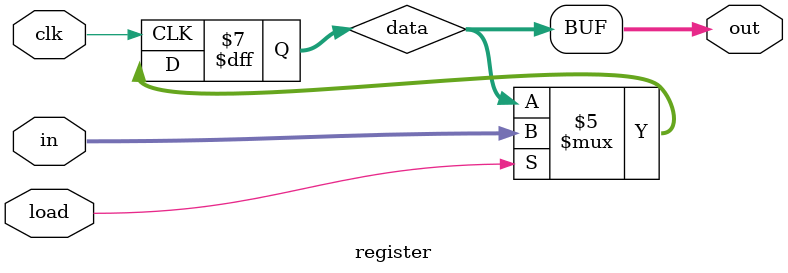
<source format=sv>
module register #(parameter width = 16)
(
    input clk,
    input load,
    input [width-1:0] in,
    output logic [width-1:0] out
);

logic [width-1:0] data;

/* Altera device registers are 0 at power on. Specify this
 * so that Modelsim works as expected.
 */
initial
begin
    data = 1'b0;
end

always_ff @(posedge clk)
begin
    if (load)
    begin
        data = in;
    end
end

always_comb
begin
    out = data;
end

endmodule : register

</source>
